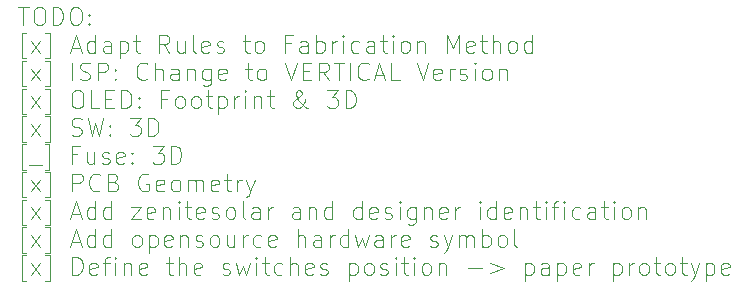
<source format=gbr>
G04 #@! TF.GenerationSoftware,KiCad,Pcbnew,5.1.4*
G04 #@! TF.CreationDate,2019-10-29T14:14:04-03:00*
G04 #@! TF.ProjectId,mswi,6d737769-2e6b-4696-9361-645f70636258,rev?*
G04 #@! TF.SameCoordinates,Original*
G04 #@! TF.FileFunction,Other,ECO2*
%FSLAX46Y46*%
G04 Gerber Fmt 4.6, Leading zero omitted, Abs format (unit mm)*
G04 Created by KiCad (PCBNEW 5.1.4) date 2019-10-29 14:14:04*
%MOMM*%
%LPD*%
G04 APERTURE LIST*
%ADD10C,0.100000*%
G04 APERTURE END LIST*
D10*
X115207857Y-168603571D02*
X116065000Y-168603571D01*
X115636428Y-170103571D02*
X115636428Y-168603571D01*
X116850714Y-168603571D02*
X117136428Y-168603571D01*
X117279285Y-168675000D01*
X117422142Y-168817857D01*
X117493571Y-169103571D01*
X117493571Y-169603571D01*
X117422142Y-169889285D01*
X117279285Y-170032142D01*
X117136428Y-170103571D01*
X116850714Y-170103571D01*
X116707857Y-170032142D01*
X116565000Y-169889285D01*
X116493571Y-169603571D01*
X116493571Y-169103571D01*
X116565000Y-168817857D01*
X116707857Y-168675000D01*
X116850714Y-168603571D01*
X118136428Y-170103571D02*
X118136428Y-168603571D01*
X118493571Y-168603571D01*
X118707857Y-168675000D01*
X118850714Y-168817857D01*
X118922142Y-168960714D01*
X118993571Y-169246428D01*
X118993571Y-169460714D01*
X118922142Y-169746428D01*
X118850714Y-169889285D01*
X118707857Y-170032142D01*
X118493571Y-170103571D01*
X118136428Y-170103571D01*
X119922142Y-168603571D02*
X120207857Y-168603571D01*
X120350714Y-168675000D01*
X120493571Y-168817857D01*
X120565000Y-169103571D01*
X120565000Y-169603571D01*
X120493571Y-169889285D01*
X120350714Y-170032142D01*
X120207857Y-170103571D01*
X119922142Y-170103571D01*
X119779285Y-170032142D01*
X119636428Y-169889285D01*
X119565000Y-169603571D01*
X119565000Y-169103571D01*
X119636428Y-168817857D01*
X119779285Y-168675000D01*
X119922142Y-168603571D01*
X121207857Y-169960714D02*
X121279285Y-170032142D01*
X121207857Y-170103571D01*
X121136428Y-170032142D01*
X121207857Y-169960714D01*
X121207857Y-170103571D01*
X121207857Y-169175000D02*
X121279285Y-169246428D01*
X121207857Y-169317857D01*
X121136428Y-169246428D01*
X121207857Y-169175000D01*
X121207857Y-169317857D01*
X115850714Y-172953571D02*
X115493571Y-172953571D01*
X115493571Y-170810714D01*
X115850714Y-170810714D01*
X116279285Y-172453571D02*
X117065000Y-171453571D01*
X116279285Y-171453571D02*
X117065000Y-172453571D01*
X117493571Y-172953571D02*
X117850714Y-172953571D01*
X117850714Y-170810714D01*
X117493571Y-170810714D01*
X119707857Y-172025000D02*
X120422142Y-172025000D01*
X119565000Y-172453571D02*
X120065000Y-170953571D01*
X120565000Y-172453571D01*
X121707857Y-172453571D02*
X121707857Y-170953571D01*
X121707857Y-172382142D02*
X121565000Y-172453571D01*
X121279285Y-172453571D01*
X121136428Y-172382142D01*
X121065000Y-172310714D01*
X120993571Y-172167857D01*
X120993571Y-171739285D01*
X121065000Y-171596428D01*
X121136428Y-171525000D01*
X121279285Y-171453571D01*
X121565000Y-171453571D01*
X121707857Y-171525000D01*
X123065000Y-172453571D02*
X123065000Y-171667857D01*
X122993571Y-171525000D01*
X122850714Y-171453571D01*
X122565000Y-171453571D01*
X122422142Y-171525000D01*
X123065000Y-172382142D02*
X122922142Y-172453571D01*
X122565000Y-172453571D01*
X122422142Y-172382142D01*
X122350714Y-172239285D01*
X122350714Y-172096428D01*
X122422142Y-171953571D01*
X122565000Y-171882142D01*
X122922142Y-171882142D01*
X123065000Y-171810714D01*
X123779285Y-171453571D02*
X123779285Y-172953571D01*
X123779285Y-171525000D02*
X123922142Y-171453571D01*
X124207857Y-171453571D01*
X124350714Y-171525000D01*
X124422142Y-171596428D01*
X124493571Y-171739285D01*
X124493571Y-172167857D01*
X124422142Y-172310714D01*
X124350714Y-172382142D01*
X124207857Y-172453571D01*
X123922142Y-172453571D01*
X123779285Y-172382142D01*
X124922142Y-171453571D02*
X125493571Y-171453571D01*
X125136428Y-170953571D02*
X125136428Y-172239285D01*
X125207857Y-172382142D01*
X125350714Y-172453571D01*
X125493571Y-172453571D01*
X127993571Y-172453571D02*
X127493571Y-171739285D01*
X127136428Y-172453571D02*
X127136428Y-170953571D01*
X127707857Y-170953571D01*
X127850714Y-171025000D01*
X127922142Y-171096428D01*
X127993571Y-171239285D01*
X127993571Y-171453571D01*
X127922142Y-171596428D01*
X127850714Y-171667857D01*
X127707857Y-171739285D01*
X127136428Y-171739285D01*
X129279285Y-171453571D02*
X129279285Y-172453571D01*
X128636428Y-171453571D02*
X128636428Y-172239285D01*
X128707857Y-172382142D01*
X128850714Y-172453571D01*
X129065000Y-172453571D01*
X129207857Y-172382142D01*
X129279285Y-172310714D01*
X130207857Y-172453571D02*
X130065000Y-172382142D01*
X129993571Y-172239285D01*
X129993571Y-170953571D01*
X131350714Y-172382142D02*
X131207857Y-172453571D01*
X130922142Y-172453571D01*
X130779285Y-172382142D01*
X130707857Y-172239285D01*
X130707857Y-171667857D01*
X130779285Y-171525000D01*
X130922142Y-171453571D01*
X131207857Y-171453571D01*
X131350714Y-171525000D01*
X131422142Y-171667857D01*
X131422142Y-171810714D01*
X130707857Y-171953571D01*
X131993571Y-172382142D02*
X132136428Y-172453571D01*
X132422142Y-172453571D01*
X132565000Y-172382142D01*
X132636428Y-172239285D01*
X132636428Y-172167857D01*
X132565000Y-172025000D01*
X132422142Y-171953571D01*
X132207857Y-171953571D01*
X132065000Y-171882142D01*
X131993571Y-171739285D01*
X131993571Y-171667857D01*
X132065000Y-171525000D01*
X132207857Y-171453571D01*
X132422142Y-171453571D01*
X132565000Y-171525000D01*
X134207857Y-171453571D02*
X134779285Y-171453571D01*
X134422142Y-170953571D02*
X134422142Y-172239285D01*
X134493571Y-172382142D01*
X134636428Y-172453571D01*
X134779285Y-172453571D01*
X135493571Y-172453571D02*
X135350714Y-172382142D01*
X135279285Y-172310714D01*
X135207857Y-172167857D01*
X135207857Y-171739285D01*
X135279285Y-171596428D01*
X135350714Y-171525000D01*
X135493571Y-171453571D01*
X135707857Y-171453571D01*
X135850714Y-171525000D01*
X135922142Y-171596428D01*
X135993571Y-171739285D01*
X135993571Y-172167857D01*
X135922142Y-172310714D01*
X135850714Y-172382142D01*
X135707857Y-172453571D01*
X135493571Y-172453571D01*
X138279285Y-171667857D02*
X137779285Y-171667857D01*
X137779285Y-172453571D02*
X137779285Y-170953571D01*
X138493571Y-170953571D01*
X139707857Y-172453571D02*
X139707857Y-171667857D01*
X139636428Y-171525000D01*
X139493571Y-171453571D01*
X139207857Y-171453571D01*
X139065000Y-171525000D01*
X139707857Y-172382142D02*
X139565000Y-172453571D01*
X139207857Y-172453571D01*
X139065000Y-172382142D01*
X138993571Y-172239285D01*
X138993571Y-172096428D01*
X139065000Y-171953571D01*
X139207857Y-171882142D01*
X139565000Y-171882142D01*
X139707857Y-171810714D01*
X140422142Y-172453571D02*
X140422142Y-170953571D01*
X140422142Y-171525000D02*
X140565000Y-171453571D01*
X140850714Y-171453571D01*
X140993571Y-171525000D01*
X141065000Y-171596428D01*
X141136428Y-171739285D01*
X141136428Y-172167857D01*
X141065000Y-172310714D01*
X140993571Y-172382142D01*
X140850714Y-172453571D01*
X140565000Y-172453571D01*
X140422142Y-172382142D01*
X141779285Y-172453571D02*
X141779285Y-171453571D01*
X141779285Y-171739285D02*
X141850714Y-171596428D01*
X141922142Y-171525000D01*
X142065000Y-171453571D01*
X142207857Y-171453571D01*
X142707857Y-172453571D02*
X142707857Y-171453571D01*
X142707857Y-170953571D02*
X142636428Y-171025000D01*
X142707857Y-171096428D01*
X142779285Y-171025000D01*
X142707857Y-170953571D01*
X142707857Y-171096428D01*
X144065000Y-172382142D02*
X143922142Y-172453571D01*
X143636428Y-172453571D01*
X143493571Y-172382142D01*
X143422142Y-172310714D01*
X143350714Y-172167857D01*
X143350714Y-171739285D01*
X143422142Y-171596428D01*
X143493571Y-171525000D01*
X143636428Y-171453571D01*
X143922142Y-171453571D01*
X144065000Y-171525000D01*
X145350714Y-172453571D02*
X145350714Y-171667857D01*
X145279285Y-171525000D01*
X145136428Y-171453571D01*
X144850714Y-171453571D01*
X144707857Y-171525000D01*
X145350714Y-172382142D02*
X145207857Y-172453571D01*
X144850714Y-172453571D01*
X144707857Y-172382142D01*
X144636428Y-172239285D01*
X144636428Y-172096428D01*
X144707857Y-171953571D01*
X144850714Y-171882142D01*
X145207857Y-171882142D01*
X145350714Y-171810714D01*
X145850714Y-171453571D02*
X146422142Y-171453571D01*
X146065000Y-170953571D02*
X146065000Y-172239285D01*
X146136428Y-172382142D01*
X146279285Y-172453571D01*
X146422142Y-172453571D01*
X146922142Y-172453571D02*
X146922142Y-171453571D01*
X146922142Y-170953571D02*
X146850714Y-171025000D01*
X146922142Y-171096428D01*
X146993571Y-171025000D01*
X146922142Y-170953571D01*
X146922142Y-171096428D01*
X147850714Y-172453571D02*
X147707857Y-172382142D01*
X147636428Y-172310714D01*
X147565000Y-172167857D01*
X147565000Y-171739285D01*
X147636428Y-171596428D01*
X147707857Y-171525000D01*
X147850714Y-171453571D01*
X148065000Y-171453571D01*
X148207857Y-171525000D01*
X148279285Y-171596428D01*
X148350714Y-171739285D01*
X148350714Y-172167857D01*
X148279285Y-172310714D01*
X148207857Y-172382142D01*
X148065000Y-172453571D01*
X147850714Y-172453571D01*
X148993571Y-171453571D02*
X148993571Y-172453571D01*
X148993571Y-171596428D02*
X149065000Y-171525000D01*
X149207857Y-171453571D01*
X149422142Y-171453571D01*
X149565000Y-171525000D01*
X149636428Y-171667857D01*
X149636428Y-172453571D01*
X151493571Y-172453571D02*
X151493571Y-170953571D01*
X151993571Y-172025000D01*
X152493571Y-170953571D01*
X152493571Y-172453571D01*
X153779285Y-172382142D02*
X153636428Y-172453571D01*
X153350714Y-172453571D01*
X153207857Y-172382142D01*
X153136428Y-172239285D01*
X153136428Y-171667857D01*
X153207857Y-171525000D01*
X153350714Y-171453571D01*
X153636428Y-171453571D01*
X153779285Y-171525000D01*
X153850714Y-171667857D01*
X153850714Y-171810714D01*
X153136428Y-171953571D01*
X154279285Y-171453571D02*
X154850714Y-171453571D01*
X154493571Y-170953571D02*
X154493571Y-172239285D01*
X154565000Y-172382142D01*
X154707857Y-172453571D01*
X154850714Y-172453571D01*
X155350714Y-172453571D02*
X155350714Y-170953571D01*
X155993571Y-172453571D02*
X155993571Y-171667857D01*
X155922142Y-171525000D01*
X155779285Y-171453571D01*
X155565000Y-171453571D01*
X155422142Y-171525000D01*
X155350714Y-171596428D01*
X156922142Y-172453571D02*
X156779285Y-172382142D01*
X156707857Y-172310714D01*
X156636428Y-172167857D01*
X156636428Y-171739285D01*
X156707857Y-171596428D01*
X156779285Y-171525000D01*
X156922142Y-171453571D01*
X157136428Y-171453571D01*
X157279285Y-171525000D01*
X157350714Y-171596428D01*
X157422142Y-171739285D01*
X157422142Y-172167857D01*
X157350714Y-172310714D01*
X157279285Y-172382142D01*
X157136428Y-172453571D01*
X156922142Y-172453571D01*
X158707857Y-172453571D02*
X158707857Y-170953571D01*
X158707857Y-172382142D02*
X158565000Y-172453571D01*
X158279285Y-172453571D01*
X158136428Y-172382142D01*
X158065000Y-172310714D01*
X157993571Y-172167857D01*
X157993571Y-171739285D01*
X158065000Y-171596428D01*
X158136428Y-171525000D01*
X158279285Y-171453571D01*
X158565000Y-171453571D01*
X158707857Y-171525000D01*
X115850714Y-175303571D02*
X115493571Y-175303571D01*
X115493571Y-173160714D01*
X115850714Y-173160714D01*
X116279285Y-174803571D02*
X117065000Y-173803571D01*
X116279285Y-173803571D02*
X117065000Y-174803571D01*
X117493571Y-175303571D02*
X117850714Y-175303571D01*
X117850714Y-173160714D01*
X117493571Y-173160714D01*
X119779285Y-174803571D02*
X119779285Y-173303571D01*
X120422142Y-174732142D02*
X120636428Y-174803571D01*
X120993571Y-174803571D01*
X121136428Y-174732142D01*
X121207857Y-174660714D01*
X121279285Y-174517857D01*
X121279285Y-174375000D01*
X121207857Y-174232142D01*
X121136428Y-174160714D01*
X120993571Y-174089285D01*
X120707857Y-174017857D01*
X120565000Y-173946428D01*
X120493571Y-173875000D01*
X120422142Y-173732142D01*
X120422142Y-173589285D01*
X120493571Y-173446428D01*
X120565000Y-173375000D01*
X120707857Y-173303571D01*
X121065000Y-173303571D01*
X121279285Y-173375000D01*
X121922142Y-174803571D02*
X121922142Y-173303571D01*
X122493571Y-173303571D01*
X122636428Y-173375000D01*
X122707857Y-173446428D01*
X122779285Y-173589285D01*
X122779285Y-173803571D01*
X122707857Y-173946428D01*
X122636428Y-174017857D01*
X122493571Y-174089285D01*
X121922142Y-174089285D01*
X123422142Y-174660714D02*
X123493571Y-174732142D01*
X123422142Y-174803571D01*
X123350714Y-174732142D01*
X123422142Y-174660714D01*
X123422142Y-174803571D01*
X123422142Y-173875000D02*
X123493571Y-173946428D01*
X123422142Y-174017857D01*
X123350714Y-173946428D01*
X123422142Y-173875000D01*
X123422142Y-174017857D01*
X126136428Y-174660714D02*
X126065000Y-174732142D01*
X125850714Y-174803571D01*
X125707857Y-174803571D01*
X125493571Y-174732142D01*
X125350714Y-174589285D01*
X125279285Y-174446428D01*
X125207857Y-174160714D01*
X125207857Y-173946428D01*
X125279285Y-173660714D01*
X125350714Y-173517857D01*
X125493571Y-173375000D01*
X125707857Y-173303571D01*
X125850714Y-173303571D01*
X126065000Y-173375000D01*
X126136428Y-173446428D01*
X126779285Y-174803571D02*
X126779285Y-173303571D01*
X127422142Y-174803571D02*
X127422142Y-174017857D01*
X127350714Y-173875000D01*
X127207857Y-173803571D01*
X126993571Y-173803571D01*
X126850714Y-173875000D01*
X126779285Y-173946428D01*
X128779285Y-174803571D02*
X128779285Y-174017857D01*
X128707857Y-173875000D01*
X128565000Y-173803571D01*
X128279285Y-173803571D01*
X128136428Y-173875000D01*
X128779285Y-174732142D02*
X128636428Y-174803571D01*
X128279285Y-174803571D01*
X128136428Y-174732142D01*
X128065000Y-174589285D01*
X128065000Y-174446428D01*
X128136428Y-174303571D01*
X128279285Y-174232142D01*
X128636428Y-174232142D01*
X128779285Y-174160714D01*
X129493571Y-173803571D02*
X129493571Y-174803571D01*
X129493571Y-173946428D02*
X129565000Y-173875000D01*
X129707857Y-173803571D01*
X129922142Y-173803571D01*
X130065000Y-173875000D01*
X130136428Y-174017857D01*
X130136428Y-174803571D01*
X131493571Y-173803571D02*
X131493571Y-175017857D01*
X131422142Y-175160714D01*
X131350714Y-175232142D01*
X131207857Y-175303571D01*
X130993571Y-175303571D01*
X130850714Y-175232142D01*
X131493571Y-174732142D02*
X131350714Y-174803571D01*
X131065000Y-174803571D01*
X130922142Y-174732142D01*
X130850714Y-174660714D01*
X130779285Y-174517857D01*
X130779285Y-174089285D01*
X130850714Y-173946428D01*
X130922142Y-173875000D01*
X131065000Y-173803571D01*
X131350714Y-173803571D01*
X131493571Y-173875000D01*
X132779285Y-174732142D02*
X132636428Y-174803571D01*
X132350714Y-174803571D01*
X132207857Y-174732142D01*
X132136428Y-174589285D01*
X132136428Y-174017857D01*
X132207857Y-173875000D01*
X132350714Y-173803571D01*
X132636428Y-173803571D01*
X132779285Y-173875000D01*
X132850714Y-174017857D01*
X132850714Y-174160714D01*
X132136428Y-174303571D01*
X134422142Y-173803571D02*
X134993571Y-173803571D01*
X134636428Y-173303571D02*
X134636428Y-174589285D01*
X134707857Y-174732142D01*
X134850714Y-174803571D01*
X134993571Y-174803571D01*
X135707857Y-174803571D02*
X135565000Y-174732142D01*
X135493571Y-174660714D01*
X135422142Y-174517857D01*
X135422142Y-174089285D01*
X135493571Y-173946428D01*
X135565000Y-173875000D01*
X135707857Y-173803571D01*
X135922142Y-173803571D01*
X136065000Y-173875000D01*
X136136428Y-173946428D01*
X136207857Y-174089285D01*
X136207857Y-174517857D01*
X136136428Y-174660714D01*
X136065000Y-174732142D01*
X135922142Y-174803571D01*
X135707857Y-174803571D01*
X137779285Y-173303571D02*
X138279285Y-174803571D01*
X138779285Y-173303571D01*
X139279285Y-174017857D02*
X139779285Y-174017857D01*
X139993571Y-174803571D02*
X139279285Y-174803571D01*
X139279285Y-173303571D01*
X139993571Y-173303571D01*
X141493571Y-174803571D02*
X140993571Y-174089285D01*
X140636428Y-174803571D02*
X140636428Y-173303571D01*
X141207857Y-173303571D01*
X141350714Y-173375000D01*
X141422142Y-173446428D01*
X141493571Y-173589285D01*
X141493571Y-173803571D01*
X141422142Y-173946428D01*
X141350714Y-174017857D01*
X141207857Y-174089285D01*
X140636428Y-174089285D01*
X141922142Y-173303571D02*
X142779285Y-173303571D01*
X142350714Y-174803571D02*
X142350714Y-173303571D01*
X143279285Y-174803571D02*
X143279285Y-173303571D01*
X144850714Y-174660714D02*
X144779285Y-174732142D01*
X144565000Y-174803571D01*
X144422142Y-174803571D01*
X144207857Y-174732142D01*
X144065000Y-174589285D01*
X143993571Y-174446428D01*
X143922142Y-174160714D01*
X143922142Y-173946428D01*
X143993571Y-173660714D01*
X144065000Y-173517857D01*
X144207857Y-173375000D01*
X144422142Y-173303571D01*
X144565000Y-173303571D01*
X144779285Y-173375000D01*
X144850714Y-173446428D01*
X145422142Y-174375000D02*
X146136428Y-174375000D01*
X145279285Y-174803571D02*
X145779285Y-173303571D01*
X146279285Y-174803571D01*
X147493571Y-174803571D02*
X146779285Y-174803571D01*
X146779285Y-173303571D01*
X148922142Y-173303571D02*
X149422142Y-174803571D01*
X149922142Y-173303571D01*
X150993571Y-174732142D02*
X150850714Y-174803571D01*
X150565000Y-174803571D01*
X150422142Y-174732142D01*
X150350714Y-174589285D01*
X150350714Y-174017857D01*
X150422142Y-173875000D01*
X150565000Y-173803571D01*
X150850714Y-173803571D01*
X150993571Y-173875000D01*
X151065000Y-174017857D01*
X151065000Y-174160714D01*
X150350714Y-174303571D01*
X151707857Y-174803571D02*
X151707857Y-173803571D01*
X151707857Y-174089285D02*
X151779285Y-173946428D01*
X151850714Y-173875000D01*
X151993571Y-173803571D01*
X152136428Y-173803571D01*
X152565000Y-174732142D02*
X152707857Y-174803571D01*
X152993571Y-174803571D01*
X153136428Y-174732142D01*
X153207857Y-174589285D01*
X153207857Y-174517857D01*
X153136428Y-174375000D01*
X152993571Y-174303571D01*
X152779285Y-174303571D01*
X152636428Y-174232142D01*
X152565000Y-174089285D01*
X152565000Y-174017857D01*
X152636428Y-173875000D01*
X152779285Y-173803571D01*
X152993571Y-173803571D01*
X153136428Y-173875000D01*
X153850714Y-174803571D02*
X153850714Y-173803571D01*
X153850714Y-173303571D02*
X153779285Y-173375000D01*
X153850714Y-173446428D01*
X153922142Y-173375000D01*
X153850714Y-173303571D01*
X153850714Y-173446428D01*
X154779285Y-174803571D02*
X154636428Y-174732142D01*
X154565000Y-174660714D01*
X154493571Y-174517857D01*
X154493571Y-174089285D01*
X154565000Y-173946428D01*
X154636428Y-173875000D01*
X154779285Y-173803571D01*
X154993571Y-173803571D01*
X155136428Y-173875000D01*
X155207857Y-173946428D01*
X155279285Y-174089285D01*
X155279285Y-174517857D01*
X155207857Y-174660714D01*
X155136428Y-174732142D01*
X154993571Y-174803571D01*
X154779285Y-174803571D01*
X155922142Y-173803571D02*
X155922142Y-174803571D01*
X155922142Y-173946428D02*
X155993571Y-173875000D01*
X156136428Y-173803571D01*
X156350714Y-173803571D01*
X156493571Y-173875000D01*
X156565000Y-174017857D01*
X156565000Y-174803571D01*
X115850714Y-177653571D02*
X115493571Y-177653571D01*
X115493571Y-175510714D01*
X115850714Y-175510714D01*
X116279285Y-177153571D02*
X117065000Y-176153571D01*
X116279285Y-176153571D02*
X117065000Y-177153571D01*
X117493571Y-177653571D02*
X117850714Y-177653571D01*
X117850714Y-175510714D01*
X117493571Y-175510714D01*
X120065000Y-175653571D02*
X120350714Y-175653571D01*
X120493571Y-175725000D01*
X120636428Y-175867857D01*
X120707857Y-176153571D01*
X120707857Y-176653571D01*
X120636428Y-176939285D01*
X120493571Y-177082142D01*
X120350714Y-177153571D01*
X120065000Y-177153571D01*
X119922142Y-177082142D01*
X119779285Y-176939285D01*
X119707857Y-176653571D01*
X119707857Y-176153571D01*
X119779285Y-175867857D01*
X119922142Y-175725000D01*
X120065000Y-175653571D01*
X122065000Y-177153571D02*
X121350714Y-177153571D01*
X121350714Y-175653571D01*
X122565000Y-176367857D02*
X123065000Y-176367857D01*
X123279285Y-177153571D02*
X122565000Y-177153571D01*
X122565000Y-175653571D01*
X123279285Y-175653571D01*
X123922142Y-177153571D02*
X123922142Y-175653571D01*
X124279285Y-175653571D01*
X124493571Y-175725000D01*
X124636428Y-175867857D01*
X124707857Y-176010714D01*
X124779285Y-176296428D01*
X124779285Y-176510714D01*
X124707857Y-176796428D01*
X124636428Y-176939285D01*
X124493571Y-177082142D01*
X124279285Y-177153571D01*
X123922142Y-177153571D01*
X125422142Y-177010714D02*
X125493571Y-177082142D01*
X125422142Y-177153571D01*
X125350714Y-177082142D01*
X125422142Y-177010714D01*
X125422142Y-177153571D01*
X125422142Y-176225000D02*
X125493571Y-176296428D01*
X125422142Y-176367857D01*
X125350714Y-176296428D01*
X125422142Y-176225000D01*
X125422142Y-176367857D01*
X127779285Y-176367857D02*
X127279285Y-176367857D01*
X127279285Y-177153571D02*
X127279285Y-175653571D01*
X127993571Y-175653571D01*
X128779285Y-177153571D02*
X128636428Y-177082142D01*
X128565000Y-177010714D01*
X128493571Y-176867857D01*
X128493571Y-176439285D01*
X128565000Y-176296428D01*
X128636428Y-176225000D01*
X128779285Y-176153571D01*
X128993571Y-176153571D01*
X129136428Y-176225000D01*
X129207857Y-176296428D01*
X129279285Y-176439285D01*
X129279285Y-176867857D01*
X129207857Y-177010714D01*
X129136428Y-177082142D01*
X128993571Y-177153571D01*
X128779285Y-177153571D01*
X130136428Y-177153571D02*
X129993571Y-177082142D01*
X129922142Y-177010714D01*
X129850714Y-176867857D01*
X129850714Y-176439285D01*
X129922142Y-176296428D01*
X129993571Y-176225000D01*
X130136428Y-176153571D01*
X130350714Y-176153571D01*
X130493571Y-176225000D01*
X130565000Y-176296428D01*
X130636428Y-176439285D01*
X130636428Y-176867857D01*
X130565000Y-177010714D01*
X130493571Y-177082142D01*
X130350714Y-177153571D01*
X130136428Y-177153571D01*
X131065000Y-176153571D02*
X131636428Y-176153571D01*
X131279285Y-175653571D02*
X131279285Y-176939285D01*
X131350714Y-177082142D01*
X131493571Y-177153571D01*
X131636428Y-177153571D01*
X132136428Y-176153571D02*
X132136428Y-177653571D01*
X132136428Y-176225000D02*
X132279285Y-176153571D01*
X132565000Y-176153571D01*
X132707857Y-176225000D01*
X132779285Y-176296428D01*
X132850714Y-176439285D01*
X132850714Y-176867857D01*
X132779285Y-177010714D01*
X132707857Y-177082142D01*
X132565000Y-177153571D01*
X132279285Y-177153571D01*
X132136428Y-177082142D01*
X133493571Y-177153571D02*
X133493571Y-176153571D01*
X133493571Y-176439285D02*
X133565000Y-176296428D01*
X133636428Y-176225000D01*
X133779285Y-176153571D01*
X133922142Y-176153571D01*
X134422142Y-177153571D02*
X134422142Y-176153571D01*
X134422142Y-175653571D02*
X134350714Y-175725000D01*
X134422142Y-175796428D01*
X134493571Y-175725000D01*
X134422142Y-175653571D01*
X134422142Y-175796428D01*
X135136428Y-176153571D02*
X135136428Y-177153571D01*
X135136428Y-176296428D02*
X135207857Y-176225000D01*
X135350714Y-176153571D01*
X135565000Y-176153571D01*
X135707857Y-176225000D01*
X135779285Y-176367857D01*
X135779285Y-177153571D01*
X136279285Y-176153571D02*
X136850714Y-176153571D01*
X136493571Y-175653571D02*
X136493571Y-176939285D01*
X136565000Y-177082142D01*
X136707857Y-177153571D01*
X136850714Y-177153571D01*
X139707857Y-177153571D02*
X139636428Y-177153571D01*
X139493571Y-177082142D01*
X139279285Y-176867857D01*
X138922142Y-176439285D01*
X138779285Y-176225000D01*
X138707857Y-176010714D01*
X138707857Y-175867857D01*
X138779285Y-175725000D01*
X138922142Y-175653571D01*
X138993571Y-175653571D01*
X139136428Y-175725000D01*
X139207857Y-175867857D01*
X139207857Y-175939285D01*
X139136428Y-176082142D01*
X139065000Y-176153571D01*
X138636428Y-176439285D01*
X138565000Y-176510714D01*
X138493571Y-176653571D01*
X138493571Y-176867857D01*
X138565000Y-177010714D01*
X138636428Y-177082142D01*
X138779285Y-177153571D01*
X138993571Y-177153571D01*
X139136428Y-177082142D01*
X139207857Y-177010714D01*
X139422142Y-176725000D01*
X139493571Y-176510714D01*
X139493571Y-176367857D01*
X141350714Y-175653571D02*
X142279285Y-175653571D01*
X141779285Y-176225000D01*
X141993571Y-176225000D01*
X142136428Y-176296428D01*
X142207857Y-176367857D01*
X142279285Y-176510714D01*
X142279285Y-176867857D01*
X142207857Y-177010714D01*
X142136428Y-177082142D01*
X141993571Y-177153571D01*
X141565000Y-177153571D01*
X141422142Y-177082142D01*
X141350714Y-177010714D01*
X142922142Y-177153571D02*
X142922142Y-175653571D01*
X143279285Y-175653571D01*
X143493571Y-175725000D01*
X143636428Y-175867857D01*
X143707857Y-176010714D01*
X143779285Y-176296428D01*
X143779285Y-176510714D01*
X143707857Y-176796428D01*
X143636428Y-176939285D01*
X143493571Y-177082142D01*
X143279285Y-177153571D01*
X142922142Y-177153571D01*
X115850714Y-180003571D02*
X115493571Y-180003571D01*
X115493571Y-177860714D01*
X115850714Y-177860714D01*
X116279285Y-179503571D02*
X117065000Y-178503571D01*
X116279285Y-178503571D02*
X117065000Y-179503571D01*
X117493571Y-180003571D02*
X117850714Y-180003571D01*
X117850714Y-177860714D01*
X117493571Y-177860714D01*
X119707857Y-179432142D02*
X119922142Y-179503571D01*
X120279285Y-179503571D01*
X120422142Y-179432142D01*
X120493571Y-179360714D01*
X120565000Y-179217857D01*
X120565000Y-179075000D01*
X120493571Y-178932142D01*
X120422142Y-178860714D01*
X120279285Y-178789285D01*
X119993571Y-178717857D01*
X119850714Y-178646428D01*
X119779285Y-178575000D01*
X119707857Y-178432142D01*
X119707857Y-178289285D01*
X119779285Y-178146428D01*
X119850714Y-178075000D01*
X119993571Y-178003571D01*
X120350714Y-178003571D01*
X120565000Y-178075000D01*
X121065000Y-178003571D02*
X121422142Y-179503571D01*
X121707857Y-178432142D01*
X121993571Y-179503571D01*
X122350714Y-178003571D01*
X122922142Y-179360714D02*
X122993571Y-179432142D01*
X122922142Y-179503571D01*
X122850714Y-179432142D01*
X122922142Y-179360714D01*
X122922142Y-179503571D01*
X122922142Y-178575000D02*
X122993571Y-178646428D01*
X122922142Y-178717857D01*
X122850714Y-178646428D01*
X122922142Y-178575000D01*
X122922142Y-178717857D01*
X124636428Y-178003571D02*
X125565000Y-178003571D01*
X125065000Y-178575000D01*
X125279285Y-178575000D01*
X125422142Y-178646428D01*
X125493571Y-178717857D01*
X125565000Y-178860714D01*
X125565000Y-179217857D01*
X125493571Y-179360714D01*
X125422142Y-179432142D01*
X125279285Y-179503571D01*
X124850714Y-179503571D01*
X124707857Y-179432142D01*
X124636428Y-179360714D01*
X126207857Y-179503571D02*
X126207857Y-178003571D01*
X126565000Y-178003571D01*
X126779285Y-178075000D01*
X126922142Y-178217857D01*
X126993571Y-178360714D01*
X127065000Y-178646428D01*
X127065000Y-178860714D01*
X126993571Y-179146428D01*
X126922142Y-179289285D01*
X126779285Y-179432142D01*
X126565000Y-179503571D01*
X126207857Y-179503571D01*
X115850714Y-182353571D02*
X115493571Y-182353571D01*
X115493571Y-180210714D01*
X115850714Y-180210714D01*
X116065000Y-181996428D02*
X117207857Y-181996428D01*
X117422142Y-182353571D02*
X117779285Y-182353571D01*
X117779285Y-180210714D01*
X117422142Y-180210714D01*
X120207857Y-181067857D02*
X119707857Y-181067857D01*
X119707857Y-181853571D02*
X119707857Y-180353571D01*
X120422142Y-180353571D01*
X121636428Y-180853571D02*
X121636428Y-181853571D01*
X120993571Y-180853571D02*
X120993571Y-181639285D01*
X121065000Y-181782142D01*
X121207857Y-181853571D01*
X121422142Y-181853571D01*
X121565000Y-181782142D01*
X121636428Y-181710714D01*
X122279285Y-181782142D02*
X122422142Y-181853571D01*
X122707857Y-181853571D01*
X122850714Y-181782142D01*
X122922142Y-181639285D01*
X122922142Y-181567857D01*
X122850714Y-181425000D01*
X122707857Y-181353571D01*
X122493571Y-181353571D01*
X122350714Y-181282142D01*
X122279285Y-181139285D01*
X122279285Y-181067857D01*
X122350714Y-180925000D01*
X122493571Y-180853571D01*
X122707857Y-180853571D01*
X122850714Y-180925000D01*
X124136428Y-181782142D02*
X123993571Y-181853571D01*
X123707857Y-181853571D01*
X123565000Y-181782142D01*
X123493571Y-181639285D01*
X123493571Y-181067857D01*
X123565000Y-180925000D01*
X123707857Y-180853571D01*
X123993571Y-180853571D01*
X124136428Y-180925000D01*
X124207857Y-181067857D01*
X124207857Y-181210714D01*
X123493571Y-181353571D01*
X124850714Y-181710714D02*
X124922142Y-181782142D01*
X124850714Y-181853571D01*
X124779285Y-181782142D01*
X124850714Y-181710714D01*
X124850714Y-181853571D01*
X124850714Y-180925000D02*
X124922142Y-180996428D01*
X124850714Y-181067857D01*
X124779285Y-180996428D01*
X124850714Y-180925000D01*
X124850714Y-181067857D01*
X126565000Y-180353571D02*
X127493571Y-180353571D01*
X126993571Y-180925000D01*
X127207857Y-180925000D01*
X127350714Y-180996428D01*
X127422142Y-181067857D01*
X127493571Y-181210714D01*
X127493571Y-181567857D01*
X127422142Y-181710714D01*
X127350714Y-181782142D01*
X127207857Y-181853571D01*
X126779285Y-181853571D01*
X126636428Y-181782142D01*
X126565000Y-181710714D01*
X128136428Y-181853571D02*
X128136428Y-180353571D01*
X128493571Y-180353571D01*
X128707857Y-180425000D01*
X128850714Y-180567857D01*
X128922142Y-180710714D01*
X128993571Y-180996428D01*
X128993571Y-181210714D01*
X128922142Y-181496428D01*
X128850714Y-181639285D01*
X128707857Y-181782142D01*
X128493571Y-181853571D01*
X128136428Y-181853571D01*
X115850714Y-184703571D02*
X115493571Y-184703571D01*
X115493571Y-182560714D01*
X115850714Y-182560714D01*
X116279285Y-184203571D02*
X117065000Y-183203571D01*
X116279285Y-183203571D02*
X117065000Y-184203571D01*
X117493571Y-184703571D02*
X117850714Y-184703571D01*
X117850714Y-182560714D01*
X117493571Y-182560714D01*
X119779285Y-184203571D02*
X119779285Y-182703571D01*
X120350714Y-182703571D01*
X120493571Y-182775000D01*
X120565000Y-182846428D01*
X120636428Y-182989285D01*
X120636428Y-183203571D01*
X120565000Y-183346428D01*
X120493571Y-183417857D01*
X120350714Y-183489285D01*
X119779285Y-183489285D01*
X122136428Y-184060714D02*
X122065000Y-184132142D01*
X121850714Y-184203571D01*
X121707857Y-184203571D01*
X121493571Y-184132142D01*
X121350714Y-183989285D01*
X121279285Y-183846428D01*
X121207857Y-183560714D01*
X121207857Y-183346428D01*
X121279285Y-183060714D01*
X121350714Y-182917857D01*
X121493571Y-182775000D01*
X121707857Y-182703571D01*
X121850714Y-182703571D01*
X122065000Y-182775000D01*
X122136428Y-182846428D01*
X123279285Y-183417857D02*
X123493571Y-183489285D01*
X123565000Y-183560714D01*
X123636428Y-183703571D01*
X123636428Y-183917857D01*
X123565000Y-184060714D01*
X123493571Y-184132142D01*
X123350714Y-184203571D01*
X122779285Y-184203571D01*
X122779285Y-182703571D01*
X123279285Y-182703571D01*
X123422142Y-182775000D01*
X123493571Y-182846428D01*
X123565000Y-182989285D01*
X123565000Y-183132142D01*
X123493571Y-183275000D01*
X123422142Y-183346428D01*
X123279285Y-183417857D01*
X122779285Y-183417857D01*
X126207857Y-182775000D02*
X126065000Y-182703571D01*
X125850714Y-182703571D01*
X125636428Y-182775000D01*
X125493571Y-182917857D01*
X125422142Y-183060714D01*
X125350714Y-183346428D01*
X125350714Y-183560714D01*
X125422142Y-183846428D01*
X125493571Y-183989285D01*
X125636428Y-184132142D01*
X125850714Y-184203571D01*
X125993571Y-184203571D01*
X126207857Y-184132142D01*
X126279285Y-184060714D01*
X126279285Y-183560714D01*
X125993571Y-183560714D01*
X127493571Y-184132142D02*
X127350714Y-184203571D01*
X127065000Y-184203571D01*
X126922142Y-184132142D01*
X126850714Y-183989285D01*
X126850714Y-183417857D01*
X126922142Y-183275000D01*
X127065000Y-183203571D01*
X127350714Y-183203571D01*
X127493571Y-183275000D01*
X127565000Y-183417857D01*
X127565000Y-183560714D01*
X126850714Y-183703571D01*
X128422142Y-184203571D02*
X128279285Y-184132142D01*
X128207857Y-184060714D01*
X128136428Y-183917857D01*
X128136428Y-183489285D01*
X128207857Y-183346428D01*
X128279285Y-183275000D01*
X128422142Y-183203571D01*
X128636428Y-183203571D01*
X128779285Y-183275000D01*
X128850714Y-183346428D01*
X128922142Y-183489285D01*
X128922142Y-183917857D01*
X128850714Y-184060714D01*
X128779285Y-184132142D01*
X128636428Y-184203571D01*
X128422142Y-184203571D01*
X129565000Y-184203571D02*
X129565000Y-183203571D01*
X129565000Y-183346428D02*
X129636428Y-183275000D01*
X129779285Y-183203571D01*
X129993571Y-183203571D01*
X130136428Y-183275000D01*
X130207857Y-183417857D01*
X130207857Y-184203571D01*
X130207857Y-183417857D02*
X130279285Y-183275000D01*
X130422142Y-183203571D01*
X130636428Y-183203571D01*
X130779285Y-183275000D01*
X130850714Y-183417857D01*
X130850714Y-184203571D01*
X132136428Y-184132142D02*
X131993571Y-184203571D01*
X131707857Y-184203571D01*
X131565000Y-184132142D01*
X131493571Y-183989285D01*
X131493571Y-183417857D01*
X131565000Y-183275000D01*
X131707857Y-183203571D01*
X131993571Y-183203571D01*
X132136428Y-183275000D01*
X132207857Y-183417857D01*
X132207857Y-183560714D01*
X131493571Y-183703571D01*
X132636428Y-183203571D02*
X133207857Y-183203571D01*
X132850714Y-182703571D02*
X132850714Y-183989285D01*
X132922142Y-184132142D01*
X133065000Y-184203571D01*
X133207857Y-184203571D01*
X133707857Y-184203571D02*
X133707857Y-183203571D01*
X133707857Y-183489285D02*
X133779285Y-183346428D01*
X133850714Y-183275000D01*
X133993571Y-183203571D01*
X134136428Y-183203571D01*
X134493571Y-183203571D02*
X134850714Y-184203571D01*
X135207857Y-183203571D02*
X134850714Y-184203571D01*
X134707857Y-184560714D01*
X134636428Y-184632142D01*
X134493571Y-184703571D01*
X115850714Y-187053571D02*
X115493571Y-187053571D01*
X115493571Y-184910714D01*
X115850714Y-184910714D01*
X116279285Y-186553571D02*
X117065000Y-185553571D01*
X116279285Y-185553571D02*
X117065000Y-186553571D01*
X117493571Y-187053571D02*
X117850714Y-187053571D01*
X117850714Y-184910714D01*
X117493571Y-184910714D01*
X119707857Y-186125000D02*
X120422142Y-186125000D01*
X119565000Y-186553571D02*
X120065000Y-185053571D01*
X120565000Y-186553571D01*
X121707857Y-186553571D02*
X121707857Y-185053571D01*
X121707857Y-186482142D02*
X121565000Y-186553571D01*
X121279285Y-186553571D01*
X121136428Y-186482142D01*
X121065000Y-186410714D01*
X120993571Y-186267857D01*
X120993571Y-185839285D01*
X121065000Y-185696428D01*
X121136428Y-185625000D01*
X121279285Y-185553571D01*
X121565000Y-185553571D01*
X121707857Y-185625000D01*
X123065000Y-186553571D02*
X123065000Y-185053571D01*
X123065000Y-186482142D02*
X122922142Y-186553571D01*
X122636428Y-186553571D01*
X122493571Y-186482142D01*
X122422142Y-186410714D01*
X122350714Y-186267857D01*
X122350714Y-185839285D01*
X122422142Y-185696428D01*
X122493571Y-185625000D01*
X122636428Y-185553571D01*
X122922142Y-185553571D01*
X123065000Y-185625000D01*
X124779285Y-185553571D02*
X125565000Y-185553571D01*
X124779285Y-186553571D01*
X125565000Y-186553571D01*
X126707857Y-186482142D02*
X126565000Y-186553571D01*
X126279285Y-186553571D01*
X126136428Y-186482142D01*
X126065000Y-186339285D01*
X126065000Y-185767857D01*
X126136428Y-185625000D01*
X126279285Y-185553571D01*
X126565000Y-185553571D01*
X126707857Y-185625000D01*
X126779285Y-185767857D01*
X126779285Y-185910714D01*
X126065000Y-186053571D01*
X127422142Y-185553571D02*
X127422142Y-186553571D01*
X127422142Y-185696428D02*
X127493571Y-185625000D01*
X127636428Y-185553571D01*
X127850714Y-185553571D01*
X127993571Y-185625000D01*
X128065000Y-185767857D01*
X128065000Y-186553571D01*
X128779285Y-186553571D02*
X128779285Y-185553571D01*
X128779285Y-185053571D02*
X128707857Y-185125000D01*
X128779285Y-185196428D01*
X128850714Y-185125000D01*
X128779285Y-185053571D01*
X128779285Y-185196428D01*
X129279285Y-185553571D02*
X129850714Y-185553571D01*
X129493571Y-185053571D02*
X129493571Y-186339285D01*
X129565000Y-186482142D01*
X129707857Y-186553571D01*
X129850714Y-186553571D01*
X130922142Y-186482142D02*
X130779285Y-186553571D01*
X130493571Y-186553571D01*
X130350714Y-186482142D01*
X130279285Y-186339285D01*
X130279285Y-185767857D01*
X130350714Y-185625000D01*
X130493571Y-185553571D01*
X130779285Y-185553571D01*
X130922142Y-185625000D01*
X130993571Y-185767857D01*
X130993571Y-185910714D01*
X130279285Y-186053571D01*
X131565000Y-186482142D02*
X131707857Y-186553571D01*
X131993571Y-186553571D01*
X132136428Y-186482142D01*
X132207857Y-186339285D01*
X132207857Y-186267857D01*
X132136428Y-186125000D01*
X131993571Y-186053571D01*
X131779285Y-186053571D01*
X131636428Y-185982142D01*
X131565000Y-185839285D01*
X131565000Y-185767857D01*
X131636428Y-185625000D01*
X131779285Y-185553571D01*
X131993571Y-185553571D01*
X132136428Y-185625000D01*
X133065000Y-186553571D02*
X132922142Y-186482142D01*
X132850714Y-186410714D01*
X132779285Y-186267857D01*
X132779285Y-185839285D01*
X132850714Y-185696428D01*
X132922142Y-185625000D01*
X133065000Y-185553571D01*
X133279285Y-185553571D01*
X133422142Y-185625000D01*
X133493571Y-185696428D01*
X133565000Y-185839285D01*
X133565000Y-186267857D01*
X133493571Y-186410714D01*
X133422142Y-186482142D01*
X133279285Y-186553571D01*
X133065000Y-186553571D01*
X134422142Y-186553571D02*
X134279285Y-186482142D01*
X134207857Y-186339285D01*
X134207857Y-185053571D01*
X135636428Y-186553571D02*
X135636428Y-185767857D01*
X135565000Y-185625000D01*
X135422142Y-185553571D01*
X135136428Y-185553571D01*
X134993571Y-185625000D01*
X135636428Y-186482142D02*
X135493571Y-186553571D01*
X135136428Y-186553571D01*
X134993571Y-186482142D01*
X134922142Y-186339285D01*
X134922142Y-186196428D01*
X134993571Y-186053571D01*
X135136428Y-185982142D01*
X135493571Y-185982142D01*
X135636428Y-185910714D01*
X136350714Y-186553571D02*
X136350714Y-185553571D01*
X136350714Y-185839285D02*
X136422142Y-185696428D01*
X136493571Y-185625000D01*
X136636428Y-185553571D01*
X136779285Y-185553571D01*
X139065000Y-186553571D02*
X139065000Y-185767857D01*
X138993571Y-185625000D01*
X138850714Y-185553571D01*
X138565000Y-185553571D01*
X138422142Y-185625000D01*
X139065000Y-186482142D02*
X138922142Y-186553571D01*
X138565000Y-186553571D01*
X138422142Y-186482142D01*
X138350714Y-186339285D01*
X138350714Y-186196428D01*
X138422142Y-186053571D01*
X138565000Y-185982142D01*
X138922142Y-185982142D01*
X139065000Y-185910714D01*
X139779285Y-185553571D02*
X139779285Y-186553571D01*
X139779285Y-185696428D02*
X139850714Y-185625000D01*
X139993571Y-185553571D01*
X140207857Y-185553571D01*
X140350714Y-185625000D01*
X140422142Y-185767857D01*
X140422142Y-186553571D01*
X141779285Y-186553571D02*
X141779285Y-185053571D01*
X141779285Y-186482142D02*
X141636428Y-186553571D01*
X141350714Y-186553571D01*
X141207857Y-186482142D01*
X141136428Y-186410714D01*
X141065000Y-186267857D01*
X141065000Y-185839285D01*
X141136428Y-185696428D01*
X141207857Y-185625000D01*
X141350714Y-185553571D01*
X141636428Y-185553571D01*
X141779285Y-185625000D01*
X144279285Y-186553571D02*
X144279285Y-185053571D01*
X144279285Y-186482142D02*
X144136428Y-186553571D01*
X143850714Y-186553571D01*
X143707857Y-186482142D01*
X143636428Y-186410714D01*
X143565000Y-186267857D01*
X143565000Y-185839285D01*
X143636428Y-185696428D01*
X143707857Y-185625000D01*
X143850714Y-185553571D01*
X144136428Y-185553571D01*
X144279285Y-185625000D01*
X145565000Y-186482142D02*
X145422142Y-186553571D01*
X145136428Y-186553571D01*
X144993571Y-186482142D01*
X144922142Y-186339285D01*
X144922142Y-185767857D01*
X144993571Y-185625000D01*
X145136428Y-185553571D01*
X145422142Y-185553571D01*
X145565000Y-185625000D01*
X145636428Y-185767857D01*
X145636428Y-185910714D01*
X144922142Y-186053571D01*
X146207857Y-186482142D02*
X146350714Y-186553571D01*
X146636428Y-186553571D01*
X146779285Y-186482142D01*
X146850714Y-186339285D01*
X146850714Y-186267857D01*
X146779285Y-186125000D01*
X146636428Y-186053571D01*
X146422142Y-186053571D01*
X146279285Y-185982142D01*
X146207857Y-185839285D01*
X146207857Y-185767857D01*
X146279285Y-185625000D01*
X146422142Y-185553571D01*
X146636428Y-185553571D01*
X146779285Y-185625000D01*
X147493571Y-186553571D02*
X147493571Y-185553571D01*
X147493571Y-185053571D02*
X147422142Y-185125000D01*
X147493571Y-185196428D01*
X147565000Y-185125000D01*
X147493571Y-185053571D01*
X147493571Y-185196428D01*
X148850714Y-185553571D02*
X148850714Y-186767857D01*
X148779285Y-186910714D01*
X148707857Y-186982142D01*
X148565000Y-187053571D01*
X148350714Y-187053571D01*
X148207857Y-186982142D01*
X148850714Y-186482142D02*
X148707857Y-186553571D01*
X148422142Y-186553571D01*
X148279285Y-186482142D01*
X148207857Y-186410714D01*
X148136428Y-186267857D01*
X148136428Y-185839285D01*
X148207857Y-185696428D01*
X148279285Y-185625000D01*
X148422142Y-185553571D01*
X148707857Y-185553571D01*
X148850714Y-185625000D01*
X149565000Y-185553571D02*
X149565000Y-186553571D01*
X149565000Y-185696428D02*
X149636428Y-185625000D01*
X149779285Y-185553571D01*
X149993571Y-185553571D01*
X150136428Y-185625000D01*
X150207857Y-185767857D01*
X150207857Y-186553571D01*
X151493571Y-186482142D02*
X151350714Y-186553571D01*
X151065000Y-186553571D01*
X150922142Y-186482142D01*
X150850714Y-186339285D01*
X150850714Y-185767857D01*
X150922142Y-185625000D01*
X151065000Y-185553571D01*
X151350714Y-185553571D01*
X151493571Y-185625000D01*
X151565000Y-185767857D01*
X151565000Y-185910714D01*
X150850714Y-186053571D01*
X152207857Y-186553571D02*
X152207857Y-185553571D01*
X152207857Y-185839285D02*
X152279285Y-185696428D01*
X152350714Y-185625000D01*
X152493571Y-185553571D01*
X152636428Y-185553571D01*
X154279285Y-186553571D02*
X154279285Y-185553571D01*
X154279285Y-185053571D02*
X154207857Y-185125000D01*
X154279285Y-185196428D01*
X154350714Y-185125000D01*
X154279285Y-185053571D01*
X154279285Y-185196428D01*
X155636428Y-186553571D02*
X155636428Y-185053571D01*
X155636428Y-186482142D02*
X155493571Y-186553571D01*
X155207857Y-186553571D01*
X155065000Y-186482142D01*
X154993571Y-186410714D01*
X154922142Y-186267857D01*
X154922142Y-185839285D01*
X154993571Y-185696428D01*
X155065000Y-185625000D01*
X155207857Y-185553571D01*
X155493571Y-185553571D01*
X155636428Y-185625000D01*
X156922142Y-186482142D02*
X156779285Y-186553571D01*
X156493571Y-186553571D01*
X156350714Y-186482142D01*
X156279285Y-186339285D01*
X156279285Y-185767857D01*
X156350714Y-185625000D01*
X156493571Y-185553571D01*
X156779285Y-185553571D01*
X156922142Y-185625000D01*
X156993571Y-185767857D01*
X156993571Y-185910714D01*
X156279285Y-186053571D01*
X157636428Y-185553571D02*
X157636428Y-186553571D01*
X157636428Y-185696428D02*
X157707857Y-185625000D01*
X157850714Y-185553571D01*
X158065000Y-185553571D01*
X158207857Y-185625000D01*
X158279285Y-185767857D01*
X158279285Y-186553571D01*
X158779285Y-185553571D02*
X159350714Y-185553571D01*
X158993571Y-185053571D02*
X158993571Y-186339285D01*
X159065000Y-186482142D01*
X159207857Y-186553571D01*
X159350714Y-186553571D01*
X159850714Y-186553571D02*
X159850714Y-185553571D01*
X159850714Y-185053571D02*
X159779285Y-185125000D01*
X159850714Y-185196428D01*
X159922142Y-185125000D01*
X159850714Y-185053571D01*
X159850714Y-185196428D01*
X160350714Y-185553571D02*
X160922142Y-185553571D01*
X160565000Y-186553571D02*
X160565000Y-185267857D01*
X160636428Y-185125000D01*
X160779285Y-185053571D01*
X160922142Y-185053571D01*
X161422142Y-186553571D02*
X161422142Y-185553571D01*
X161422142Y-185053571D02*
X161350714Y-185125000D01*
X161422142Y-185196428D01*
X161493571Y-185125000D01*
X161422142Y-185053571D01*
X161422142Y-185196428D01*
X162779285Y-186482142D02*
X162636428Y-186553571D01*
X162350714Y-186553571D01*
X162207857Y-186482142D01*
X162136428Y-186410714D01*
X162065000Y-186267857D01*
X162065000Y-185839285D01*
X162136428Y-185696428D01*
X162207857Y-185625000D01*
X162350714Y-185553571D01*
X162636428Y-185553571D01*
X162779285Y-185625000D01*
X164065000Y-186553571D02*
X164065000Y-185767857D01*
X163993571Y-185625000D01*
X163850714Y-185553571D01*
X163565000Y-185553571D01*
X163422142Y-185625000D01*
X164065000Y-186482142D02*
X163922142Y-186553571D01*
X163565000Y-186553571D01*
X163422142Y-186482142D01*
X163350714Y-186339285D01*
X163350714Y-186196428D01*
X163422142Y-186053571D01*
X163565000Y-185982142D01*
X163922142Y-185982142D01*
X164065000Y-185910714D01*
X164565000Y-185553571D02*
X165136428Y-185553571D01*
X164779285Y-185053571D02*
X164779285Y-186339285D01*
X164850714Y-186482142D01*
X164993571Y-186553571D01*
X165136428Y-186553571D01*
X165636428Y-186553571D02*
X165636428Y-185553571D01*
X165636428Y-185053571D02*
X165565000Y-185125000D01*
X165636428Y-185196428D01*
X165707857Y-185125000D01*
X165636428Y-185053571D01*
X165636428Y-185196428D01*
X166565000Y-186553571D02*
X166422142Y-186482142D01*
X166350714Y-186410714D01*
X166279285Y-186267857D01*
X166279285Y-185839285D01*
X166350714Y-185696428D01*
X166422142Y-185625000D01*
X166565000Y-185553571D01*
X166779285Y-185553571D01*
X166922142Y-185625000D01*
X166993571Y-185696428D01*
X167065000Y-185839285D01*
X167065000Y-186267857D01*
X166993571Y-186410714D01*
X166922142Y-186482142D01*
X166779285Y-186553571D01*
X166565000Y-186553571D01*
X167707857Y-185553571D02*
X167707857Y-186553571D01*
X167707857Y-185696428D02*
X167779285Y-185625000D01*
X167922142Y-185553571D01*
X168136428Y-185553571D01*
X168279285Y-185625000D01*
X168350714Y-185767857D01*
X168350714Y-186553571D01*
X115850714Y-189403571D02*
X115493571Y-189403571D01*
X115493571Y-187260714D01*
X115850714Y-187260714D01*
X116279285Y-188903571D02*
X117065000Y-187903571D01*
X116279285Y-187903571D02*
X117065000Y-188903571D01*
X117493571Y-189403571D02*
X117850714Y-189403571D01*
X117850714Y-187260714D01*
X117493571Y-187260714D01*
X119707857Y-188475000D02*
X120422142Y-188475000D01*
X119565000Y-188903571D02*
X120065000Y-187403571D01*
X120565000Y-188903571D01*
X121707857Y-188903571D02*
X121707857Y-187403571D01*
X121707857Y-188832142D02*
X121565000Y-188903571D01*
X121279285Y-188903571D01*
X121136428Y-188832142D01*
X121065000Y-188760714D01*
X120993571Y-188617857D01*
X120993571Y-188189285D01*
X121065000Y-188046428D01*
X121136428Y-187975000D01*
X121279285Y-187903571D01*
X121565000Y-187903571D01*
X121707857Y-187975000D01*
X123065000Y-188903571D02*
X123065000Y-187403571D01*
X123065000Y-188832142D02*
X122922142Y-188903571D01*
X122636428Y-188903571D01*
X122493571Y-188832142D01*
X122422142Y-188760714D01*
X122350714Y-188617857D01*
X122350714Y-188189285D01*
X122422142Y-188046428D01*
X122493571Y-187975000D01*
X122636428Y-187903571D01*
X122922142Y-187903571D01*
X123065000Y-187975000D01*
X125136428Y-188903571D02*
X124993571Y-188832142D01*
X124922142Y-188760714D01*
X124850714Y-188617857D01*
X124850714Y-188189285D01*
X124922142Y-188046428D01*
X124993571Y-187975000D01*
X125136428Y-187903571D01*
X125350714Y-187903571D01*
X125493571Y-187975000D01*
X125565000Y-188046428D01*
X125636428Y-188189285D01*
X125636428Y-188617857D01*
X125565000Y-188760714D01*
X125493571Y-188832142D01*
X125350714Y-188903571D01*
X125136428Y-188903571D01*
X126279285Y-187903571D02*
X126279285Y-189403571D01*
X126279285Y-187975000D02*
X126422142Y-187903571D01*
X126707857Y-187903571D01*
X126850714Y-187975000D01*
X126922142Y-188046428D01*
X126993571Y-188189285D01*
X126993571Y-188617857D01*
X126922142Y-188760714D01*
X126850714Y-188832142D01*
X126707857Y-188903571D01*
X126422142Y-188903571D01*
X126279285Y-188832142D01*
X128207857Y-188832142D02*
X128065000Y-188903571D01*
X127779285Y-188903571D01*
X127636428Y-188832142D01*
X127565000Y-188689285D01*
X127565000Y-188117857D01*
X127636428Y-187975000D01*
X127779285Y-187903571D01*
X128065000Y-187903571D01*
X128207857Y-187975000D01*
X128279285Y-188117857D01*
X128279285Y-188260714D01*
X127565000Y-188403571D01*
X128922142Y-187903571D02*
X128922142Y-188903571D01*
X128922142Y-188046428D02*
X128993571Y-187975000D01*
X129136428Y-187903571D01*
X129350714Y-187903571D01*
X129493571Y-187975000D01*
X129565000Y-188117857D01*
X129565000Y-188903571D01*
X130207857Y-188832142D02*
X130350714Y-188903571D01*
X130636428Y-188903571D01*
X130779285Y-188832142D01*
X130850714Y-188689285D01*
X130850714Y-188617857D01*
X130779285Y-188475000D01*
X130636428Y-188403571D01*
X130422142Y-188403571D01*
X130279285Y-188332142D01*
X130207857Y-188189285D01*
X130207857Y-188117857D01*
X130279285Y-187975000D01*
X130422142Y-187903571D01*
X130636428Y-187903571D01*
X130779285Y-187975000D01*
X131707857Y-188903571D02*
X131565000Y-188832142D01*
X131493571Y-188760714D01*
X131422142Y-188617857D01*
X131422142Y-188189285D01*
X131493571Y-188046428D01*
X131565000Y-187975000D01*
X131707857Y-187903571D01*
X131922142Y-187903571D01*
X132065000Y-187975000D01*
X132136428Y-188046428D01*
X132207857Y-188189285D01*
X132207857Y-188617857D01*
X132136428Y-188760714D01*
X132065000Y-188832142D01*
X131922142Y-188903571D01*
X131707857Y-188903571D01*
X133493571Y-187903571D02*
X133493571Y-188903571D01*
X132850714Y-187903571D02*
X132850714Y-188689285D01*
X132922142Y-188832142D01*
X133065000Y-188903571D01*
X133279285Y-188903571D01*
X133422142Y-188832142D01*
X133493571Y-188760714D01*
X134207857Y-188903571D02*
X134207857Y-187903571D01*
X134207857Y-188189285D02*
X134279285Y-188046428D01*
X134350714Y-187975000D01*
X134493571Y-187903571D01*
X134636428Y-187903571D01*
X135779285Y-188832142D02*
X135636428Y-188903571D01*
X135350714Y-188903571D01*
X135207857Y-188832142D01*
X135136428Y-188760714D01*
X135065000Y-188617857D01*
X135065000Y-188189285D01*
X135136428Y-188046428D01*
X135207857Y-187975000D01*
X135350714Y-187903571D01*
X135636428Y-187903571D01*
X135779285Y-187975000D01*
X136993571Y-188832142D02*
X136850714Y-188903571D01*
X136565000Y-188903571D01*
X136422142Y-188832142D01*
X136350714Y-188689285D01*
X136350714Y-188117857D01*
X136422142Y-187975000D01*
X136565000Y-187903571D01*
X136850714Y-187903571D01*
X136993571Y-187975000D01*
X137065000Y-188117857D01*
X137065000Y-188260714D01*
X136350714Y-188403571D01*
X138850714Y-188903571D02*
X138850714Y-187403571D01*
X139493571Y-188903571D02*
X139493571Y-188117857D01*
X139422142Y-187975000D01*
X139279285Y-187903571D01*
X139065000Y-187903571D01*
X138922142Y-187975000D01*
X138850714Y-188046428D01*
X140850714Y-188903571D02*
X140850714Y-188117857D01*
X140779285Y-187975000D01*
X140636428Y-187903571D01*
X140350714Y-187903571D01*
X140207857Y-187975000D01*
X140850714Y-188832142D02*
X140707857Y-188903571D01*
X140350714Y-188903571D01*
X140207857Y-188832142D01*
X140136428Y-188689285D01*
X140136428Y-188546428D01*
X140207857Y-188403571D01*
X140350714Y-188332142D01*
X140707857Y-188332142D01*
X140850714Y-188260714D01*
X141565000Y-188903571D02*
X141565000Y-187903571D01*
X141565000Y-188189285D02*
X141636428Y-188046428D01*
X141707857Y-187975000D01*
X141850714Y-187903571D01*
X141993571Y-187903571D01*
X143136428Y-188903571D02*
X143136428Y-187403571D01*
X143136428Y-188832142D02*
X142993571Y-188903571D01*
X142707857Y-188903571D01*
X142565000Y-188832142D01*
X142493571Y-188760714D01*
X142422142Y-188617857D01*
X142422142Y-188189285D01*
X142493571Y-188046428D01*
X142565000Y-187975000D01*
X142707857Y-187903571D01*
X142993571Y-187903571D01*
X143136428Y-187975000D01*
X143707857Y-187903571D02*
X143993571Y-188903571D01*
X144279285Y-188189285D01*
X144565000Y-188903571D01*
X144850714Y-187903571D01*
X146065000Y-188903571D02*
X146065000Y-188117857D01*
X145993571Y-187975000D01*
X145850714Y-187903571D01*
X145565000Y-187903571D01*
X145422142Y-187975000D01*
X146065000Y-188832142D02*
X145922142Y-188903571D01*
X145565000Y-188903571D01*
X145422142Y-188832142D01*
X145350714Y-188689285D01*
X145350714Y-188546428D01*
X145422142Y-188403571D01*
X145565000Y-188332142D01*
X145922142Y-188332142D01*
X146065000Y-188260714D01*
X146779285Y-188903571D02*
X146779285Y-187903571D01*
X146779285Y-188189285D02*
X146850714Y-188046428D01*
X146922142Y-187975000D01*
X147065000Y-187903571D01*
X147207857Y-187903571D01*
X148279285Y-188832142D02*
X148136428Y-188903571D01*
X147850714Y-188903571D01*
X147707857Y-188832142D01*
X147636428Y-188689285D01*
X147636428Y-188117857D01*
X147707857Y-187975000D01*
X147850714Y-187903571D01*
X148136428Y-187903571D01*
X148279285Y-187975000D01*
X148350714Y-188117857D01*
X148350714Y-188260714D01*
X147636428Y-188403571D01*
X150065000Y-188832142D02*
X150207857Y-188903571D01*
X150493571Y-188903571D01*
X150636428Y-188832142D01*
X150707857Y-188689285D01*
X150707857Y-188617857D01*
X150636428Y-188475000D01*
X150493571Y-188403571D01*
X150279285Y-188403571D01*
X150136428Y-188332142D01*
X150065000Y-188189285D01*
X150065000Y-188117857D01*
X150136428Y-187975000D01*
X150279285Y-187903571D01*
X150493571Y-187903571D01*
X150636428Y-187975000D01*
X151207857Y-187903571D02*
X151565000Y-188903571D01*
X151922142Y-187903571D02*
X151565000Y-188903571D01*
X151422142Y-189260714D01*
X151350714Y-189332142D01*
X151207857Y-189403571D01*
X152493571Y-188903571D02*
X152493571Y-187903571D01*
X152493571Y-188046428D02*
X152565000Y-187975000D01*
X152707857Y-187903571D01*
X152922142Y-187903571D01*
X153065000Y-187975000D01*
X153136428Y-188117857D01*
X153136428Y-188903571D01*
X153136428Y-188117857D02*
X153207857Y-187975000D01*
X153350714Y-187903571D01*
X153565000Y-187903571D01*
X153707857Y-187975000D01*
X153779285Y-188117857D01*
X153779285Y-188903571D01*
X154493571Y-188903571D02*
X154493571Y-187403571D01*
X154493571Y-187975000D02*
X154636428Y-187903571D01*
X154922142Y-187903571D01*
X155065000Y-187975000D01*
X155136428Y-188046428D01*
X155207857Y-188189285D01*
X155207857Y-188617857D01*
X155136428Y-188760714D01*
X155065000Y-188832142D01*
X154922142Y-188903571D01*
X154636428Y-188903571D01*
X154493571Y-188832142D01*
X156065000Y-188903571D02*
X155922142Y-188832142D01*
X155850714Y-188760714D01*
X155779285Y-188617857D01*
X155779285Y-188189285D01*
X155850714Y-188046428D01*
X155922142Y-187975000D01*
X156065000Y-187903571D01*
X156279285Y-187903571D01*
X156422142Y-187975000D01*
X156493571Y-188046428D01*
X156565000Y-188189285D01*
X156565000Y-188617857D01*
X156493571Y-188760714D01*
X156422142Y-188832142D01*
X156279285Y-188903571D01*
X156065000Y-188903571D01*
X157422142Y-188903571D02*
X157279285Y-188832142D01*
X157207857Y-188689285D01*
X157207857Y-187403571D01*
X115850714Y-191753571D02*
X115493571Y-191753571D01*
X115493571Y-189610714D01*
X115850714Y-189610714D01*
X116279285Y-191253571D02*
X117065000Y-190253571D01*
X116279285Y-190253571D02*
X117065000Y-191253571D01*
X117493571Y-191753571D02*
X117850714Y-191753571D01*
X117850714Y-189610714D01*
X117493571Y-189610714D01*
X119779285Y-191253571D02*
X119779285Y-189753571D01*
X120136428Y-189753571D01*
X120350714Y-189825000D01*
X120493571Y-189967857D01*
X120565000Y-190110714D01*
X120636428Y-190396428D01*
X120636428Y-190610714D01*
X120565000Y-190896428D01*
X120493571Y-191039285D01*
X120350714Y-191182142D01*
X120136428Y-191253571D01*
X119779285Y-191253571D01*
X121850714Y-191182142D02*
X121707857Y-191253571D01*
X121422142Y-191253571D01*
X121279285Y-191182142D01*
X121207857Y-191039285D01*
X121207857Y-190467857D01*
X121279285Y-190325000D01*
X121422142Y-190253571D01*
X121707857Y-190253571D01*
X121850714Y-190325000D01*
X121922142Y-190467857D01*
X121922142Y-190610714D01*
X121207857Y-190753571D01*
X122350714Y-190253571D02*
X122922142Y-190253571D01*
X122565000Y-191253571D02*
X122565000Y-189967857D01*
X122636428Y-189825000D01*
X122779285Y-189753571D01*
X122922142Y-189753571D01*
X123422142Y-191253571D02*
X123422142Y-190253571D01*
X123422142Y-189753571D02*
X123350714Y-189825000D01*
X123422142Y-189896428D01*
X123493571Y-189825000D01*
X123422142Y-189753571D01*
X123422142Y-189896428D01*
X124136428Y-190253571D02*
X124136428Y-191253571D01*
X124136428Y-190396428D02*
X124207857Y-190325000D01*
X124350714Y-190253571D01*
X124565000Y-190253571D01*
X124707857Y-190325000D01*
X124779285Y-190467857D01*
X124779285Y-191253571D01*
X126065000Y-191182142D02*
X125922142Y-191253571D01*
X125636428Y-191253571D01*
X125493571Y-191182142D01*
X125422142Y-191039285D01*
X125422142Y-190467857D01*
X125493571Y-190325000D01*
X125636428Y-190253571D01*
X125922142Y-190253571D01*
X126065000Y-190325000D01*
X126136428Y-190467857D01*
X126136428Y-190610714D01*
X125422142Y-190753571D01*
X127707857Y-190253571D02*
X128279285Y-190253571D01*
X127922142Y-189753571D02*
X127922142Y-191039285D01*
X127993571Y-191182142D01*
X128136428Y-191253571D01*
X128279285Y-191253571D01*
X128779285Y-191253571D02*
X128779285Y-189753571D01*
X129422142Y-191253571D02*
X129422142Y-190467857D01*
X129350714Y-190325000D01*
X129207857Y-190253571D01*
X128993571Y-190253571D01*
X128850714Y-190325000D01*
X128779285Y-190396428D01*
X130707857Y-191182142D02*
X130565000Y-191253571D01*
X130279285Y-191253571D01*
X130136428Y-191182142D01*
X130065000Y-191039285D01*
X130065000Y-190467857D01*
X130136428Y-190325000D01*
X130279285Y-190253571D01*
X130565000Y-190253571D01*
X130707857Y-190325000D01*
X130779285Y-190467857D01*
X130779285Y-190610714D01*
X130065000Y-190753571D01*
X132493571Y-191182142D02*
X132636428Y-191253571D01*
X132922142Y-191253571D01*
X133065000Y-191182142D01*
X133136428Y-191039285D01*
X133136428Y-190967857D01*
X133065000Y-190825000D01*
X132922142Y-190753571D01*
X132707857Y-190753571D01*
X132565000Y-190682142D01*
X132493571Y-190539285D01*
X132493571Y-190467857D01*
X132565000Y-190325000D01*
X132707857Y-190253571D01*
X132922142Y-190253571D01*
X133065000Y-190325000D01*
X133636428Y-190253571D02*
X133922142Y-191253571D01*
X134207857Y-190539285D01*
X134493571Y-191253571D01*
X134779285Y-190253571D01*
X135350714Y-191253571D02*
X135350714Y-190253571D01*
X135350714Y-189753571D02*
X135279285Y-189825000D01*
X135350714Y-189896428D01*
X135422142Y-189825000D01*
X135350714Y-189753571D01*
X135350714Y-189896428D01*
X135850714Y-190253571D02*
X136422142Y-190253571D01*
X136065000Y-189753571D02*
X136065000Y-191039285D01*
X136136428Y-191182142D01*
X136279285Y-191253571D01*
X136422142Y-191253571D01*
X137565000Y-191182142D02*
X137422142Y-191253571D01*
X137136428Y-191253571D01*
X136993571Y-191182142D01*
X136922142Y-191110714D01*
X136850714Y-190967857D01*
X136850714Y-190539285D01*
X136922142Y-190396428D01*
X136993571Y-190325000D01*
X137136428Y-190253571D01*
X137422142Y-190253571D01*
X137565000Y-190325000D01*
X138207857Y-191253571D02*
X138207857Y-189753571D01*
X138850714Y-191253571D02*
X138850714Y-190467857D01*
X138779285Y-190325000D01*
X138636428Y-190253571D01*
X138422142Y-190253571D01*
X138279285Y-190325000D01*
X138207857Y-190396428D01*
X140136428Y-191182142D02*
X139993571Y-191253571D01*
X139707857Y-191253571D01*
X139565000Y-191182142D01*
X139493571Y-191039285D01*
X139493571Y-190467857D01*
X139565000Y-190325000D01*
X139707857Y-190253571D01*
X139993571Y-190253571D01*
X140136428Y-190325000D01*
X140207857Y-190467857D01*
X140207857Y-190610714D01*
X139493571Y-190753571D01*
X140779285Y-191182142D02*
X140922142Y-191253571D01*
X141207857Y-191253571D01*
X141350714Y-191182142D01*
X141422142Y-191039285D01*
X141422142Y-190967857D01*
X141350714Y-190825000D01*
X141207857Y-190753571D01*
X140993571Y-190753571D01*
X140850714Y-190682142D01*
X140779285Y-190539285D01*
X140779285Y-190467857D01*
X140850714Y-190325000D01*
X140993571Y-190253571D01*
X141207857Y-190253571D01*
X141350714Y-190325000D01*
X143207857Y-190253571D02*
X143207857Y-191753571D01*
X143207857Y-190325000D02*
X143350714Y-190253571D01*
X143636428Y-190253571D01*
X143779285Y-190325000D01*
X143850714Y-190396428D01*
X143922142Y-190539285D01*
X143922142Y-190967857D01*
X143850714Y-191110714D01*
X143779285Y-191182142D01*
X143636428Y-191253571D01*
X143350714Y-191253571D01*
X143207857Y-191182142D01*
X144779285Y-191253571D02*
X144636428Y-191182142D01*
X144565000Y-191110714D01*
X144493571Y-190967857D01*
X144493571Y-190539285D01*
X144565000Y-190396428D01*
X144636428Y-190325000D01*
X144779285Y-190253571D01*
X144993571Y-190253571D01*
X145136428Y-190325000D01*
X145207857Y-190396428D01*
X145279285Y-190539285D01*
X145279285Y-190967857D01*
X145207857Y-191110714D01*
X145136428Y-191182142D01*
X144993571Y-191253571D01*
X144779285Y-191253571D01*
X145850714Y-191182142D02*
X145993571Y-191253571D01*
X146279285Y-191253571D01*
X146422142Y-191182142D01*
X146493571Y-191039285D01*
X146493571Y-190967857D01*
X146422142Y-190825000D01*
X146279285Y-190753571D01*
X146065000Y-190753571D01*
X145922142Y-190682142D01*
X145850714Y-190539285D01*
X145850714Y-190467857D01*
X145922142Y-190325000D01*
X146065000Y-190253571D01*
X146279285Y-190253571D01*
X146422142Y-190325000D01*
X147136428Y-191253571D02*
X147136428Y-190253571D01*
X147136428Y-189753571D02*
X147065000Y-189825000D01*
X147136428Y-189896428D01*
X147207857Y-189825000D01*
X147136428Y-189753571D01*
X147136428Y-189896428D01*
X147636428Y-190253571D02*
X148207857Y-190253571D01*
X147850714Y-189753571D02*
X147850714Y-191039285D01*
X147922142Y-191182142D01*
X148065000Y-191253571D01*
X148207857Y-191253571D01*
X148707857Y-191253571D02*
X148707857Y-190253571D01*
X148707857Y-189753571D02*
X148636428Y-189825000D01*
X148707857Y-189896428D01*
X148779285Y-189825000D01*
X148707857Y-189753571D01*
X148707857Y-189896428D01*
X149636428Y-191253571D02*
X149493571Y-191182142D01*
X149422142Y-191110714D01*
X149350714Y-190967857D01*
X149350714Y-190539285D01*
X149422142Y-190396428D01*
X149493571Y-190325000D01*
X149636428Y-190253571D01*
X149850714Y-190253571D01*
X149993571Y-190325000D01*
X150065000Y-190396428D01*
X150136428Y-190539285D01*
X150136428Y-190967857D01*
X150065000Y-191110714D01*
X149993571Y-191182142D01*
X149850714Y-191253571D01*
X149636428Y-191253571D01*
X150779285Y-190253571D02*
X150779285Y-191253571D01*
X150779285Y-190396428D02*
X150850714Y-190325000D01*
X150993571Y-190253571D01*
X151207857Y-190253571D01*
X151350714Y-190325000D01*
X151422142Y-190467857D01*
X151422142Y-191253571D01*
X153279285Y-190682142D02*
X154422142Y-190682142D01*
X155136428Y-190253571D02*
X156279285Y-190682142D01*
X155136428Y-191110714D01*
X158136428Y-190253571D02*
X158136428Y-191753571D01*
X158136428Y-190325000D02*
X158279285Y-190253571D01*
X158565000Y-190253571D01*
X158707857Y-190325000D01*
X158779285Y-190396428D01*
X158850714Y-190539285D01*
X158850714Y-190967857D01*
X158779285Y-191110714D01*
X158707857Y-191182142D01*
X158565000Y-191253571D01*
X158279285Y-191253571D01*
X158136428Y-191182142D01*
X160136428Y-191253571D02*
X160136428Y-190467857D01*
X160065000Y-190325000D01*
X159922142Y-190253571D01*
X159636428Y-190253571D01*
X159493571Y-190325000D01*
X160136428Y-191182142D02*
X159993571Y-191253571D01*
X159636428Y-191253571D01*
X159493571Y-191182142D01*
X159422142Y-191039285D01*
X159422142Y-190896428D01*
X159493571Y-190753571D01*
X159636428Y-190682142D01*
X159993571Y-190682142D01*
X160136428Y-190610714D01*
X160850714Y-190253571D02*
X160850714Y-191753571D01*
X160850714Y-190325000D02*
X160993571Y-190253571D01*
X161279285Y-190253571D01*
X161422142Y-190325000D01*
X161493571Y-190396428D01*
X161565000Y-190539285D01*
X161565000Y-190967857D01*
X161493571Y-191110714D01*
X161422142Y-191182142D01*
X161279285Y-191253571D01*
X160993571Y-191253571D01*
X160850714Y-191182142D01*
X162779285Y-191182142D02*
X162636428Y-191253571D01*
X162350714Y-191253571D01*
X162207857Y-191182142D01*
X162136428Y-191039285D01*
X162136428Y-190467857D01*
X162207857Y-190325000D01*
X162350714Y-190253571D01*
X162636428Y-190253571D01*
X162779285Y-190325000D01*
X162850714Y-190467857D01*
X162850714Y-190610714D01*
X162136428Y-190753571D01*
X163493571Y-191253571D02*
X163493571Y-190253571D01*
X163493571Y-190539285D02*
X163565000Y-190396428D01*
X163636428Y-190325000D01*
X163779285Y-190253571D01*
X163922142Y-190253571D01*
X165565000Y-190253571D02*
X165565000Y-191753571D01*
X165565000Y-190325000D02*
X165707857Y-190253571D01*
X165993571Y-190253571D01*
X166136428Y-190325000D01*
X166207857Y-190396428D01*
X166279285Y-190539285D01*
X166279285Y-190967857D01*
X166207857Y-191110714D01*
X166136428Y-191182142D01*
X165993571Y-191253571D01*
X165707857Y-191253571D01*
X165565000Y-191182142D01*
X166922142Y-191253571D02*
X166922142Y-190253571D01*
X166922142Y-190539285D02*
X166993571Y-190396428D01*
X167065000Y-190325000D01*
X167207857Y-190253571D01*
X167350714Y-190253571D01*
X168065000Y-191253571D02*
X167922142Y-191182142D01*
X167850714Y-191110714D01*
X167779285Y-190967857D01*
X167779285Y-190539285D01*
X167850714Y-190396428D01*
X167922142Y-190325000D01*
X168065000Y-190253571D01*
X168279285Y-190253571D01*
X168422142Y-190325000D01*
X168493571Y-190396428D01*
X168565000Y-190539285D01*
X168565000Y-190967857D01*
X168493571Y-191110714D01*
X168422142Y-191182142D01*
X168279285Y-191253571D01*
X168065000Y-191253571D01*
X168993571Y-190253571D02*
X169565000Y-190253571D01*
X169207857Y-189753571D02*
X169207857Y-191039285D01*
X169279285Y-191182142D01*
X169422142Y-191253571D01*
X169565000Y-191253571D01*
X170279285Y-191253571D02*
X170136428Y-191182142D01*
X170065000Y-191110714D01*
X169993571Y-190967857D01*
X169993571Y-190539285D01*
X170065000Y-190396428D01*
X170136428Y-190325000D01*
X170279285Y-190253571D01*
X170493571Y-190253571D01*
X170636428Y-190325000D01*
X170707857Y-190396428D01*
X170779285Y-190539285D01*
X170779285Y-190967857D01*
X170707857Y-191110714D01*
X170636428Y-191182142D01*
X170493571Y-191253571D01*
X170279285Y-191253571D01*
X171207857Y-190253571D02*
X171779285Y-190253571D01*
X171422142Y-189753571D02*
X171422142Y-191039285D01*
X171493571Y-191182142D01*
X171636428Y-191253571D01*
X171779285Y-191253571D01*
X172136428Y-190253571D02*
X172493571Y-191253571D01*
X172850714Y-190253571D02*
X172493571Y-191253571D01*
X172350714Y-191610714D01*
X172279285Y-191682142D01*
X172136428Y-191753571D01*
X173422142Y-190253571D02*
X173422142Y-191753571D01*
X173422142Y-190325000D02*
X173565000Y-190253571D01*
X173850714Y-190253571D01*
X173993571Y-190325000D01*
X174065000Y-190396428D01*
X174136428Y-190539285D01*
X174136428Y-190967857D01*
X174065000Y-191110714D01*
X173993571Y-191182142D01*
X173850714Y-191253571D01*
X173565000Y-191253571D01*
X173422142Y-191182142D01*
X175350714Y-191182142D02*
X175207857Y-191253571D01*
X174922142Y-191253571D01*
X174779285Y-191182142D01*
X174707857Y-191039285D01*
X174707857Y-190467857D01*
X174779285Y-190325000D01*
X174922142Y-190253571D01*
X175207857Y-190253571D01*
X175350714Y-190325000D01*
X175422142Y-190467857D01*
X175422142Y-190610714D01*
X174707857Y-190753571D01*
M02*

</source>
